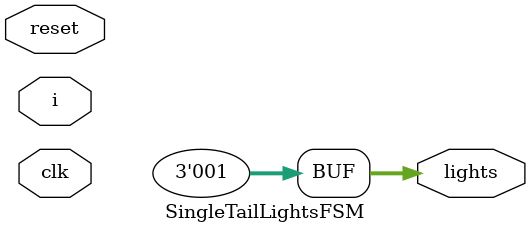
<source format=v>
`timescale 1ns / 1ps


module SingleTailLightsFSM(input clk, input reset, input i, output [2:0] lights);
    reg [1:0] state, nextstate;
    // Encoding states in one-hot-encoding
    parameter OFF = 2'b000;
    parameter E_A = 2'b001;
    parameter E_AB = 2'b010;
    parameter E_ABC = 2'b100;
    // state register
    always @ (posedge clk, posedge reset)
        if(reset) state <= OFF;
        else state <= nextstate;
    always @(*) // next state logic
        case (state)
            OFF: if(i) nextstate = E_A;
                else nextstate = OFF;
            E_A: nextstate = E_AB;
            E_AB: nextstate = E_ABC;
            E_ABC: nextstate = OFF;
            default: nextstate = OFF;
		endcase
		// output logic
        assign lights[0] = E_A + E_AB + E_ABC;
        assign lights[1] = E_AB + E_ABC;    
        assign lights[2] = E_ABC;    
endmodule

</source>
